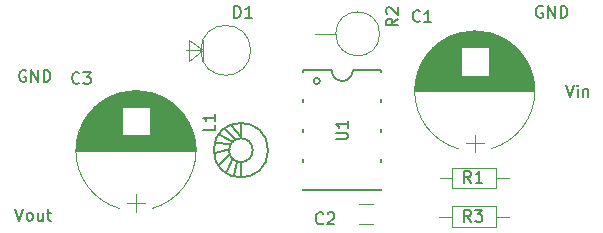
<source format=gbr>
%TF.GenerationSoftware,KiCad,Pcbnew,(6.0.8)*%
%TF.CreationDate,2022-11-19T23:44:09+04:00*%
%TF.ProjectId,MC34063_Buck_Rev2,4d433334-3036-4335-9f42-75636b5f5265,rev?*%
%TF.SameCoordinates,Original*%
%TF.FileFunction,Legend,Top*%
%TF.FilePolarity,Positive*%
%FSLAX46Y46*%
G04 Gerber Fmt 4.6, Leading zero omitted, Abs format (unit mm)*
G04 Created by KiCad (PCBNEW (6.0.8)) date 2022-11-19 23:44:09*
%MOMM*%
%LPD*%
G01*
G04 APERTURE LIST*
%ADD10C,0.150000*%
%ADD11C,0.120000*%
G04 APERTURE END LIST*
D10*
%TO.C,C1*%
X160429913Y-46898582D02*
X160382294Y-46946201D01*
X160239437Y-46993820D01*
X160144199Y-46993820D01*
X160001341Y-46946201D01*
X159906103Y-46850963D01*
X159858484Y-46755725D01*
X159810865Y-46565249D01*
X159810865Y-46422392D01*
X159858484Y-46231916D01*
X159906103Y-46136678D01*
X160001341Y-46041440D01*
X160144199Y-45993820D01*
X160239437Y-45993820D01*
X160382294Y-46041440D01*
X160429913Y-46089059D01*
X161382294Y-46993820D02*
X160810865Y-46993820D01*
X161096580Y-46993820D02*
X161096580Y-45993820D01*
X161001341Y-46136678D01*
X160906103Y-46231916D01*
X160810865Y-46279535D01*
%TO.C,C2*%
X152228253Y-64025802D02*
X152180634Y-64073421D01*
X152037777Y-64121040D01*
X151942539Y-64121040D01*
X151799681Y-64073421D01*
X151704443Y-63978183D01*
X151656824Y-63882945D01*
X151609205Y-63692469D01*
X151609205Y-63549612D01*
X151656824Y-63359136D01*
X151704443Y-63263898D01*
X151799681Y-63168660D01*
X151942539Y-63121040D01*
X152037777Y-63121040D01*
X152180634Y-63168660D01*
X152228253Y-63216279D01*
X152609205Y-63216279D02*
X152656824Y-63168660D01*
X152752062Y-63121040D01*
X152990158Y-63121040D01*
X153085396Y-63168660D01*
X153133015Y-63216279D01*
X153180634Y-63311517D01*
X153180634Y-63406755D01*
X153133015Y-63549612D01*
X152561586Y-64121040D01*
X153180634Y-64121040D01*
%TO.C,C3*%
X131593293Y-52143682D02*
X131545674Y-52191301D01*
X131402817Y-52238920D01*
X131307579Y-52238920D01*
X131164721Y-52191301D01*
X131069483Y-52096063D01*
X131021864Y-52000825D01*
X130974245Y-51810349D01*
X130974245Y-51667492D01*
X131021864Y-51477016D01*
X131069483Y-51381778D01*
X131164721Y-51286540D01*
X131307579Y-51238920D01*
X131402817Y-51238920D01*
X131545674Y-51286540D01*
X131593293Y-51334159D01*
X131926626Y-51238920D02*
X132545674Y-51238920D01*
X132212340Y-51619873D01*
X132355198Y-51619873D01*
X132450436Y-51667492D01*
X132498055Y-51715111D01*
X132545674Y-51810349D01*
X132545674Y-52048444D01*
X132498055Y-52143682D01*
X132450436Y-52191301D01*
X132355198Y-52238920D01*
X132069483Y-52238920D01*
X131974245Y-52191301D01*
X131926626Y-52143682D01*
%TO.C,R1*%
X164750453Y-60613300D02*
X164417120Y-60137110D01*
X164179024Y-60613300D02*
X164179024Y-59613300D01*
X164559977Y-59613300D01*
X164655215Y-59660920D01*
X164702834Y-59708539D01*
X164750453Y-59803777D01*
X164750453Y-59946634D01*
X164702834Y-60041872D01*
X164655215Y-60089491D01*
X164559977Y-60137110D01*
X164179024Y-60137110D01*
X165702834Y-60613300D02*
X165131405Y-60613300D01*
X165417120Y-60613300D02*
X165417120Y-59613300D01*
X165321881Y-59756158D01*
X165226643Y-59851396D01*
X165131405Y-59899015D01*
%TO.C,R3*%
X164750453Y-63907680D02*
X164417120Y-63431490D01*
X164179024Y-63907680D02*
X164179024Y-62907680D01*
X164559977Y-62907680D01*
X164655215Y-62955300D01*
X164702834Y-63002919D01*
X164750453Y-63098157D01*
X164750453Y-63241014D01*
X164702834Y-63336252D01*
X164655215Y-63383871D01*
X164559977Y-63431490D01*
X164179024Y-63431490D01*
X165083786Y-62907680D02*
X165702834Y-62907680D01*
X165369500Y-63288633D01*
X165512358Y-63288633D01*
X165607596Y-63336252D01*
X165655215Y-63383871D01*
X165702834Y-63479109D01*
X165702834Y-63717204D01*
X165655215Y-63812442D01*
X165607596Y-63860061D01*
X165512358Y-63907680D01*
X165226643Y-63907680D01*
X165131405Y-63860061D01*
X165083786Y-63812442D01*
%TO.C,U1*%
X153300180Y-56940104D02*
X154109704Y-56940104D01*
X154204942Y-56892485D01*
X154252561Y-56844866D01*
X154300180Y-56749628D01*
X154300180Y-56559152D01*
X154252561Y-56463914D01*
X154204942Y-56416295D01*
X154109704Y-56368676D01*
X153300180Y-56368676D01*
X154300180Y-55368676D02*
X154300180Y-55940104D01*
X154300180Y-55654390D02*
X153300180Y-55654390D01*
X153443038Y-55749628D01*
X153538276Y-55844866D01*
X153585895Y-55940104D01*
%TO.C,L1*%
X143058140Y-55681926D02*
X143058140Y-56158117D01*
X142058140Y-56158117D01*
X143058140Y-54824783D02*
X143058140Y-55396212D01*
X143058140Y-55110498D02*
X142058140Y-55110498D01*
X142200998Y-55205736D01*
X142296236Y-55300974D01*
X142343855Y-55396212D01*
%TO.C,D1*%
X144687064Y-46648380D02*
X144687064Y-45648380D01*
X144925160Y-45648380D01*
X145068017Y-45696000D01*
X145163255Y-45791238D01*
X145210874Y-45886476D01*
X145258493Y-46076952D01*
X145258493Y-46219809D01*
X145210874Y-46410285D01*
X145163255Y-46505523D01*
X145068017Y-46600761D01*
X144925160Y-46648380D01*
X144687064Y-46648380D01*
X146210874Y-46648380D02*
X145639445Y-46648380D01*
X145925160Y-46648380D02*
X145925160Y-45648380D01*
X145829921Y-45791238D01*
X145734683Y-45886476D01*
X145639445Y-45934095D01*
%TO.C,R2*%
X158562300Y-46708106D02*
X158086110Y-47041440D01*
X158562300Y-47279535D02*
X157562300Y-47279535D01*
X157562300Y-46898582D01*
X157609920Y-46803344D01*
X157657539Y-46755725D01*
X157752777Y-46708106D01*
X157895634Y-46708106D01*
X157990872Y-46755725D01*
X158038491Y-46803344D01*
X158086110Y-46898582D01*
X158086110Y-47279535D01*
X157657539Y-46327154D02*
X157609920Y-46279535D01*
X157562300Y-46184297D01*
X157562300Y-45946201D01*
X157609920Y-45850963D01*
X157657539Y-45803344D01*
X157752777Y-45755725D01*
X157848015Y-45755725D01*
X157990872Y-45803344D01*
X158562300Y-46374773D01*
X158562300Y-45755725D01*
%TO.C,GND*%
X127048355Y-51116360D02*
X126953117Y-51068740D01*
X126810260Y-51068740D01*
X126667402Y-51116360D01*
X126572164Y-51211598D01*
X126524545Y-51306836D01*
X126476926Y-51497312D01*
X126476926Y-51640169D01*
X126524545Y-51830645D01*
X126572164Y-51925883D01*
X126667402Y-52021121D01*
X126810260Y-52068740D01*
X126905498Y-52068740D01*
X127048355Y-52021121D01*
X127095974Y-51973502D01*
X127095974Y-51640169D01*
X126905498Y-51640169D01*
X127524545Y-52068740D02*
X127524545Y-51068740D01*
X128095974Y-52068740D01*
X128095974Y-51068740D01*
X128572164Y-52068740D02*
X128572164Y-51068740D01*
X128810260Y-51068740D01*
X128953117Y-51116360D01*
X129048355Y-51211598D01*
X129095974Y-51306836D01*
X129143593Y-51497312D01*
X129143593Y-51640169D01*
X129095974Y-51830645D01*
X129048355Y-51925883D01*
X128953117Y-52021121D01*
X128810260Y-52068740D01*
X128572164Y-52068740D01*
%TO.C,Vout*%
X126164530Y-62806080D02*
X126497863Y-63806080D01*
X126831197Y-62806080D01*
X127307387Y-63806080D02*
X127212149Y-63758461D01*
X127164530Y-63710842D01*
X127116911Y-63615604D01*
X127116911Y-63329890D01*
X127164530Y-63234652D01*
X127212149Y-63187033D01*
X127307387Y-63139414D01*
X127450244Y-63139414D01*
X127545482Y-63187033D01*
X127593101Y-63234652D01*
X127640720Y-63329890D01*
X127640720Y-63615604D01*
X127593101Y-63710842D01*
X127545482Y-63758461D01*
X127450244Y-63806080D01*
X127307387Y-63806080D01*
X128497863Y-63139414D02*
X128497863Y-63806080D01*
X128069292Y-63139414D02*
X128069292Y-63663223D01*
X128116911Y-63758461D01*
X128212149Y-63806080D01*
X128355006Y-63806080D01*
X128450244Y-63758461D01*
X128497863Y-63710842D01*
X128831197Y-63139414D02*
X129212149Y-63139414D01*
X128974054Y-62806080D02*
X128974054Y-63663223D01*
X129021673Y-63758461D01*
X129116911Y-63806080D01*
X129212149Y-63806080D01*
%TO.C,Vin*%
X172783310Y-52328580D02*
X173116643Y-53328580D01*
X173449977Y-52328580D01*
X173783310Y-53328580D02*
X173783310Y-52661914D01*
X173783310Y-52328580D02*
X173735691Y-52376200D01*
X173783310Y-52423819D01*
X173830929Y-52376200D01*
X173783310Y-52328580D01*
X173783310Y-52423819D01*
X174259500Y-52661914D02*
X174259500Y-53328580D01*
X174259500Y-52757152D02*
X174307120Y-52709533D01*
X174402358Y-52661914D01*
X174545215Y-52661914D01*
X174640453Y-52709533D01*
X174688072Y-52804771D01*
X174688072Y-53328580D01*
%TO.C,GND*%
X170817635Y-45675680D02*
X170722397Y-45628060D01*
X170579540Y-45628060D01*
X170436682Y-45675680D01*
X170341444Y-45770918D01*
X170293825Y-45866156D01*
X170246206Y-46056632D01*
X170246206Y-46199489D01*
X170293825Y-46389965D01*
X170341444Y-46485203D01*
X170436682Y-46580441D01*
X170579540Y-46628060D01*
X170674778Y-46628060D01*
X170817635Y-46580441D01*
X170865254Y-46532822D01*
X170865254Y-46199489D01*
X170674778Y-46199489D01*
X171293825Y-46628060D02*
X171293825Y-45628060D01*
X171865254Y-46628060D01*
X171865254Y-45628060D01*
X172341444Y-46628060D02*
X172341444Y-45628060D01*
X172579540Y-45628060D01*
X172722397Y-45675680D01*
X172817635Y-45770918D01*
X172865254Y-45866156D01*
X172912873Y-46056632D01*
X172912873Y-46199489D01*
X172865254Y-46389965D01*
X172817635Y-46485203D01*
X172722397Y-46580441D01*
X172579540Y-46628060D01*
X172341444Y-46628060D01*
D11*
%TO.C,C1*%
X166245440Y-50346300D02*
X169469440Y-50346300D01*
X166245440Y-50226300D02*
X169400440Y-50226300D01*
X162228440Y-48626300D02*
X167900440Y-48626300D01*
X166245440Y-49946300D02*
X169221440Y-49946300D01*
X161629440Y-49106300D02*
X168499440Y-49106300D01*
X160024440Y-52507300D02*
X170104440Y-52507300D01*
X162924440Y-48226300D02*
X167204440Y-48226300D01*
X160177440Y-51546300D02*
X169951440Y-51546300D01*
X160188440Y-51506300D02*
X163883440Y-51506300D01*
X166245440Y-50986300D02*
X169770440Y-50986300D01*
X160594440Y-50466300D02*
X163883440Y-50466300D01*
X160157440Y-51626300D02*
X169971440Y-51626300D01*
X166245440Y-50426300D02*
X169513440Y-50426300D01*
X162170440Y-48666300D02*
X167958440Y-48666300D01*
X166245440Y-51506300D02*
X169940440Y-51506300D01*
X166245440Y-51266300D02*
X169870440Y-51266300D01*
X166245440Y-51306300D02*
X169882440Y-51306300D01*
X162687440Y-48346300D02*
X167441440Y-48346300D01*
X163799440Y-47906300D02*
X166329440Y-47906300D01*
X160358440Y-50986300D02*
X163883440Y-50986300D01*
X166245440Y-50626300D02*
X169614440Y-50626300D01*
X162412440Y-48506300D02*
X167716440Y-48506300D01*
X166245440Y-49386300D02*
X168776440Y-49386300D01*
X162349440Y-48546300D02*
X167779440Y-48546300D01*
X166245440Y-51426300D02*
X169918440Y-51426300D01*
X166245440Y-49266300D02*
X168662440Y-49266300D01*
X160083440Y-51986300D02*
X170045440Y-51986300D01*
X160514440Y-50626300D02*
X163883440Y-50626300D01*
X160992440Y-49826300D02*
X163883440Y-49826300D01*
X160029440Y-52427300D02*
X170099440Y-52427300D01*
X160406440Y-50866300D02*
X163883440Y-50866300D01*
X160476440Y-50706300D02*
X163883440Y-50706300D01*
X160342440Y-51026300D02*
X163883440Y-51026300D01*
X161316440Y-49426300D02*
X163883440Y-49426300D01*
X160636440Y-50386300D02*
X163883440Y-50386300D01*
X166245440Y-50026300D02*
X169275440Y-50026300D01*
X160246440Y-51306300D02*
X163883440Y-51306300D01*
X160327440Y-51066300D02*
X163883440Y-51066300D01*
X163657440Y-47946300D02*
X166471440Y-47946300D01*
X160015440Y-52707300D02*
X170113440Y-52707300D01*
X160313440Y-51106300D02*
X163883440Y-51106300D01*
X161956440Y-48826300D02*
X168172440Y-48826300D01*
X166245440Y-49466300D02*
X168848440Y-49466300D01*
X166245440Y-51106300D02*
X169815440Y-51106300D01*
X161505440Y-49226300D02*
X163883440Y-49226300D01*
X166245440Y-50106300D02*
X169327440Y-50106300D01*
X160065440Y-52106300D02*
X170063440Y-52106300D01*
X160071440Y-52066300D02*
X170057440Y-52066300D01*
X166245440Y-50586300D02*
X169595440Y-50586300D01*
X160147440Y-51666300D02*
X169981440Y-51666300D01*
X166245440Y-50786300D02*
X169688440Y-50786300D01*
X166245440Y-51186300D02*
X169843440Y-51186300D01*
X166245440Y-49626300D02*
X168983440Y-49626300D01*
X166245440Y-51066300D02*
X169801440Y-51066300D01*
X161145440Y-49626300D02*
X163883440Y-49626300D01*
X162287440Y-48586300D02*
X167841440Y-48586300D01*
X160752440Y-50186300D02*
X163883440Y-50186300D01*
X161245440Y-49506300D02*
X163883440Y-49506300D01*
X160129440Y-51746300D02*
X169999440Y-51746300D01*
X161082440Y-49706300D02*
X163883440Y-49706300D01*
X160105440Y-51866300D02*
X170023440Y-51866300D01*
X163528440Y-47986300D02*
X166600440Y-47986300D01*
X160681440Y-50306300D02*
X163883440Y-50306300D01*
X162545440Y-48426300D02*
X167583440Y-48426300D01*
X163102440Y-48146300D02*
X167026440Y-48146300D01*
X166245440Y-49746300D02*
X169077440Y-49746300D01*
X160044440Y-52267300D02*
X170084440Y-52267300D01*
X166245440Y-50266300D02*
X169424440Y-50266300D01*
X161809440Y-48946300D02*
X168319440Y-48946300D01*
X166245440Y-51226300D02*
X169856440Y-51226300D01*
X161546440Y-49186300D02*
X163883440Y-49186300D01*
X162115440Y-48706300D02*
X168013440Y-48706300D01*
X160827440Y-50066300D02*
X163883440Y-50066300D01*
X162615440Y-48386300D02*
X167513440Y-48386300D01*
X160033440Y-52387300D02*
X170095440Y-52387300D01*
X161352440Y-49386300D02*
X163883440Y-49386300D01*
X160021440Y-52547300D02*
X170107440Y-52547300D01*
X160121440Y-51786300D02*
X170007440Y-51786300D01*
X160440440Y-50786300D02*
X163883440Y-50786300D01*
X166245440Y-49866300D02*
X169165440Y-49866300D01*
X166245440Y-49226300D02*
X168623440Y-49226300D01*
X160014440Y-52787300D02*
X170114440Y-52787300D01*
X160017440Y-52627300D02*
X170111440Y-52627300D01*
X161021440Y-49786300D02*
X163883440Y-49786300D01*
X160272440Y-51226300D02*
X163883440Y-51226300D01*
X166245440Y-51026300D02*
X169786440Y-51026300D01*
X160704440Y-50266300D02*
X163883440Y-50266300D01*
X160090440Y-51946300D02*
X170038440Y-51946300D01*
X160167440Y-51586300D02*
X169961440Y-51586300D01*
X160016440Y-52667300D02*
X170112440Y-52667300D01*
X160233440Y-51346300D02*
X163883440Y-51346300D01*
X160019440Y-52587300D02*
X170109440Y-52587300D01*
X166245440Y-51386300D02*
X169907440Y-51386300D01*
X160054440Y-52187300D02*
X170074440Y-52187300D01*
X160879440Y-49986300D02*
X163883440Y-49986300D01*
X160285440Y-51186300D02*
X163883440Y-51186300D01*
X166245440Y-51346300D02*
X169895440Y-51346300D01*
X165064440Y-58027300D02*
X165064440Y-56527300D01*
X163410440Y-48026300D02*
X166718440Y-48026300D01*
X160728440Y-50226300D02*
X163883440Y-50226300D01*
X161113440Y-49666300D02*
X163883440Y-49666300D01*
X161178440Y-49586300D02*
X163883440Y-49586300D01*
X166245440Y-50546300D02*
X169575440Y-50546300D01*
X166245440Y-50826300D02*
X169705440Y-50826300D01*
X166245440Y-49186300D02*
X168582440Y-49186300D01*
X160963440Y-49866300D02*
X163883440Y-49866300D01*
X166245440Y-50746300D02*
X169670440Y-50746300D01*
X166245440Y-50506300D02*
X169555440Y-50506300D01*
X162007440Y-48786300D02*
X168121440Y-48786300D01*
X162060440Y-48746300D02*
X168068440Y-48746300D01*
X161587440Y-49146300D02*
X168541440Y-49146300D01*
X161427440Y-49306300D02*
X163883440Y-49306300D01*
X160495440Y-50666300D02*
X163883440Y-50666300D01*
X166245440Y-49786300D02*
X169107440Y-49786300D01*
X160801440Y-50106300D02*
X163883440Y-50106300D01*
X162842440Y-48266300D02*
X167286440Y-48266300D01*
X160373440Y-50946300D02*
X163883440Y-50946300D01*
X160659440Y-50346300D02*
X163883440Y-50346300D01*
X166245440Y-49826300D02*
X169136440Y-49826300D01*
X160907440Y-49946300D02*
X163883440Y-49946300D01*
X160014440Y-52827300D02*
X170114440Y-52827300D01*
X160097440Y-51906300D02*
X170031440Y-51906300D01*
X164151440Y-47826300D02*
X165977440Y-47826300D01*
X166245440Y-50946300D02*
X169755440Y-50946300D01*
X161280440Y-49466300D02*
X163883440Y-49466300D01*
X164314440Y-57277300D02*
X165814440Y-57277300D01*
X166245440Y-50066300D02*
X169301440Y-50066300D01*
X166245440Y-49346300D02*
X168739440Y-49346300D01*
X166245440Y-49506300D02*
X168883440Y-49506300D01*
X161051440Y-49746300D02*
X163883440Y-49746300D01*
X166245440Y-49546300D02*
X168917440Y-49546300D01*
X166245440Y-50866300D02*
X169722440Y-50866300D01*
X160049440Y-52227300D02*
X170079440Y-52227300D01*
X163198440Y-48106300D02*
X166930440Y-48106300D01*
X161857440Y-48906300D02*
X168271440Y-48906300D01*
X163011440Y-48186300D02*
X167117440Y-48186300D01*
X160615440Y-50426300D02*
X163883440Y-50426300D01*
X163301440Y-48066300D02*
X166827440Y-48066300D01*
X166245440Y-49986300D02*
X169249440Y-49986300D01*
X160458440Y-50746300D02*
X163883440Y-50746300D01*
X160221440Y-51386300D02*
X163883440Y-51386300D01*
X166245440Y-49426300D02*
X168812440Y-49426300D01*
X166245440Y-50706300D02*
X169652440Y-50706300D01*
X160573440Y-50506300D02*
X163883440Y-50506300D01*
X160934440Y-49906300D02*
X163883440Y-49906300D01*
X163960440Y-47866300D02*
X166168440Y-47866300D01*
X161673440Y-49066300D02*
X168455440Y-49066300D01*
X160026440Y-52467300D02*
X170102440Y-52467300D01*
X160390440Y-50906300D02*
X163883440Y-50906300D01*
X166245440Y-49706300D02*
X169046440Y-49706300D01*
X166245440Y-51146300D02*
X169829440Y-51146300D01*
X160113440Y-51826300D02*
X170015440Y-51826300D01*
X166245440Y-50386300D02*
X169492440Y-50386300D01*
X166245440Y-50186300D02*
X169376440Y-50186300D01*
X164785440Y-47746300D02*
X165343440Y-47746300D01*
X161211440Y-49546300D02*
X163883440Y-49546300D01*
X164392440Y-47786300D02*
X165736440Y-47786300D01*
X166245440Y-49586300D02*
X168950440Y-49586300D01*
X161466440Y-49266300D02*
X163883440Y-49266300D01*
X161906440Y-48866300D02*
X168222440Y-48866300D01*
X161389440Y-49346300D02*
X163883440Y-49346300D01*
X160077440Y-52026300D02*
X170051440Y-52026300D01*
X160533440Y-50586300D02*
X163883440Y-50586300D01*
X166245440Y-50466300D02*
X169534440Y-50466300D01*
X160423440Y-50826300D02*
X163883440Y-50826300D01*
X162477440Y-48466300D02*
X167651440Y-48466300D01*
X160138440Y-51706300D02*
X169990440Y-51706300D01*
X160210440Y-51426300D02*
X163883440Y-51426300D01*
X160199440Y-51466300D02*
X163883440Y-51466300D01*
X166245440Y-49666300D02*
X169015440Y-49666300D01*
X166245440Y-50146300D02*
X169352440Y-50146300D01*
X166245440Y-51466300D02*
X169929440Y-51466300D01*
X166245440Y-49906300D02*
X169194440Y-49906300D01*
X160040440Y-52307300D02*
X170088440Y-52307300D01*
X160036440Y-52347300D02*
X170092440Y-52347300D01*
X166245440Y-50666300D02*
X169633440Y-50666300D01*
X166245440Y-50906300D02*
X169738440Y-50906300D01*
X160299440Y-51146300D02*
X163883440Y-51146300D01*
X161762440Y-48986300D02*
X168366440Y-48986300D01*
X160258440Y-51266300D02*
X163883440Y-51266300D01*
X162763440Y-48306300D02*
X167365440Y-48306300D01*
X160553440Y-50546300D02*
X163883440Y-50546300D01*
X160059440Y-52147300D02*
X170069440Y-52147300D01*
X160014440Y-52747300D02*
X170114440Y-52747300D01*
X160776440Y-50146300D02*
X163883440Y-50146300D01*
X166245440Y-49306300D02*
X168701440Y-49306300D01*
X166245440Y-50306300D02*
X169447440Y-50306300D01*
X161717440Y-49026300D02*
X168411440Y-49026300D01*
X160853440Y-50026300D02*
X163883440Y-50026300D01*
X166447704Y-47928863D02*
G75*
G03*
X163684440Y-47927943I-1383264J-4898437D01*
G01*
X163681176Y-47928863D02*
G75*
G03*
X163684440Y-57726657I1383264J-4898437D01*
G01*
X166444440Y-57726657D02*
G75*
G03*
X166447704Y-47928863I-1380000J4899357D01*
G01*
%TO.C,C2*%
X155272800Y-62416500D02*
X156446800Y-62416500D01*
X155272800Y-64138500D02*
X156446800Y-64138500D01*
%TO.C,C3*%
X132281760Y-54923440D02*
X135201760Y-54923440D01*
X131517760Y-56523440D02*
X135201760Y-56523440D01*
X131741760Y-55883440D02*
X135201760Y-55883440D01*
X133863760Y-53483440D02*
X138901760Y-53483440D01*
X131933760Y-55483440D02*
X135201760Y-55483440D01*
X137563760Y-54483440D02*
X140130760Y-54483440D01*
X132784760Y-54323440D02*
X135201760Y-54323440D01*
X131912760Y-55523440D02*
X135201760Y-55523440D01*
X137563760Y-55723440D02*
X140951760Y-55723440D01*
X137563760Y-55563440D02*
X140873760Y-55563440D01*
X131377760Y-57204440D02*
X141387760Y-57204440D01*
X131999760Y-55363440D02*
X135201760Y-55363440D01*
X131423760Y-56923440D02*
X141341760Y-56923440D01*
X136103760Y-52803440D02*
X136661760Y-52803440D01*
X137563760Y-56363440D02*
X141200760Y-56363440D01*
X131395760Y-57083440D02*
X141369760Y-57083440D01*
X133274760Y-53883440D02*
X139490760Y-53883440D01*
X132225760Y-55003440D02*
X135201760Y-55003440D01*
X135710760Y-52843440D02*
X137054760Y-52843440D01*
X132947760Y-54163440D02*
X139817760Y-54163440D01*
X137563760Y-54923440D02*
X140483760Y-54923440D01*
X131871760Y-55603440D02*
X135201760Y-55603440D01*
X133546760Y-53683440D02*
X139218760Y-53683440D01*
X131337760Y-57644440D02*
X141427760Y-57644440D01*
X137563760Y-56163440D02*
X141133760Y-56163440D01*
X131332760Y-57844440D02*
X141432760Y-57844440D01*
X131603760Y-56243440D02*
X135201760Y-56243440D01*
X133127760Y-54003440D02*
X139637760Y-54003440D01*
X132369760Y-54803440D02*
X135201760Y-54803440D01*
X131676760Y-56043440D02*
X135201760Y-56043440D01*
X132991760Y-54123440D02*
X139773760Y-54123440D01*
X133080760Y-54043440D02*
X139684760Y-54043440D01*
X137563760Y-54883440D02*
X140454760Y-54883440D01*
X131724760Y-55923440D02*
X135201760Y-55923440D01*
X131401760Y-57043440D02*
X141363760Y-57043440D01*
X137563760Y-56243440D02*
X141161760Y-56243440D01*
X132496760Y-54643440D02*
X135201760Y-54643440D01*
X137563760Y-56563440D02*
X141258760Y-56563440D01*
X131645760Y-56123440D02*
X135201760Y-56123440D01*
X132145760Y-55123440D02*
X135201760Y-55123440D01*
X137563760Y-55803440D02*
X140988760Y-55803440D01*
X131347760Y-57484440D02*
X141417760Y-57484440D01*
X131691760Y-56003440D02*
X135201760Y-56003440D01*
X132431760Y-54723440D02*
X135201760Y-54723440D01*
X137563760Y-55243440D02*
X140694760Y-55243440D01*
X132707760Y-54403440D02*
X135201760Y-54403440D01*
X131813760Y-55723440D02*
X135201760Y-55723440D01*
X137563760Y-55003440D02*
X140539760Y-55003440D01*
X137563760Y-56003440D02*
X141073760Y-56003440D01*
X133224760Y-53923440D02*
X139540760Y-53923440D01*
X132670760Y-54443440D02*
X135201760Y-54443440D01*
X137563760Y-55443440D02*
X140810760Y-55443440D01*
X137563760Y-55683440D02*
X140932760Y-55683440D01*
X137563760Y-55883440D02*
X141023760Y-55883440D01*
X137563760Y-56283440D02*
X141174760Y-56283440D01*
X132563760Y-54563440D02*
X135201760Y-54563440D01*
X133605760Y-53643440D02*
X139159760Y-53643440D01*
X137563760Y-54443440D02*
X140094760Y-54443440D01*
X137563760Y-55403440D02*
X140787760Y-55403440D01*
X137563760Y-55523440D02*
X140852760Y-55523440D01*
X132400760Y-54763440D02*
X135201760Y-54763440D01*
X132864760Y-54243440D02*
X135201760Y-54243440D01*
X133325760Y-53843440D02*
X139439760Y-53843440D01*
X133488760Y-53723440D02*
X139276760Y-53723440D01*
X133667760Y-53603440D02*
X139097760Y-53603440D01*
X134619760Y-53123440D02*
X138145760Y-53123440D01*
X131776760Y-55803440D02*
X135201760Y-55803440D01*
X134728760Y-53083440D02*
X138036760Y-53083440D01*
X137563760Y-55323440D02*
X140742760Y-55323440D01*
X137563760Y-56403440D02*
X141213760Y-56403440D01*
X131576760Y-56323440D02*
X135201760Y-56323440D01*
X132197760Y-55043440D02*
X135201760Y-55043440D01*
X137563760Y-55203440D02*
X140670760Y-55203440D01*
X131389760Y-57123440D02*
X141375760Y-57123440D01*
X137563760Y-54283440D02*
X139941760Y-54283440D01*
X131590760Y-56283440D02*
X135201760Y-56283440D01*
X135469760Y-52883440D02*
X137295760Y-52883440D01*
X132905760Y-54203440D02*
X139859760Y-54203440D01*
X133795760Y-53523440D02*
X138969760Y-53523440D01*
X133433760Y-53763440D02*
X139331760Y-53763440D01*
X131439760Y-56843440D02*
X141325760Y-56843440D01*
X137563760Y-56043440D02*
X141088760Y-56043440D01*
X134420760Y-53203440D02*
X138344760Y-53203440D01*
X137563760Y-55923440D02*
X141040760Y-55923440D01*
X132252760Y-54963440D02*
X135201760Y-54963440D01*
X131758760Y-55843440D02*
X135201760Y-55843440D01*
X131660760Y-56083440D02*
X135201760Y-56083440D01*
X137563760Y-55483440D02*
X140831760Y-55483440D01*
X133035760Y-54083440D02*
X139729760Y-54083440D01*
X137563760Y-54603440D02*
X140235760Y-54603440D01*
X131372760Y-57244440D02*
X141392760Y-57244440D01*
X137563760Y-55643440D02*
X140913760Y-55643440D01*
X131362760Y-57324440D02*
X141402760Y-57324440D01*
X133730760Y-53563440D02*
X139034760Y-53563440D01*
X133933760Y-53443440D02*
X138831760Y-53443440D01*
X131539760Y-56443440D02*
X135201760Y-56443440D01*
X131708760Y-55963440D02*
X135201760Y-55963440D01*
X132022760Y-55323440D02*
X135201760Y-55323440D01*
X132171760Y-55083440D02*
X135201760Y-55083440D01*
X137563760Y-56443440D02*
X141225760Y-56443440D01*
X134005760Y-53403440D02*
X138759760Y-53403440D01*
X131832760Y-55683440D02*
X135201760Y-55683440D01*
X131335760Y-57684440D02*
X141429760Y-57684440D01*
X134081760Y-53363440D02*
X138683760Y-53363440D01*
X131344760Y-57524440D02*
X141420760Y-57524440D01*
X135632760Y-62334440D02*
X137132760Y-62334440D01*
X137563760Y-54363440D02*
X140019760Y-54363440D01*
X137563760Y-54563440D02*
X140201760Y-54563440D01*
X134975760Y-53003440D02*
X137789760Y-53003440D01*
X135117760Y-52963440D02*
X137647760Y-52963440D01*
X131977760Y-55403440D02*
X135201760Y-55403440D01*
X131431760Y-56883440D02*
X141333760Y-56883440D01*
X136382760Y-63084440D02*
X136382760Y-61584440D01*
X132339760Y-54843440D02*
X135201760Y-54843440D01*
X137563760Y-54403440D02*
X140057760Y-54403440D01*
X134242760Y-53283440D02*
X138522760Y-53283440D01*
X132529760Y-54603440D02*
X135201760Y-54603440D01*
X131465760Y-56723440D02*
X141299760Y-56723440D01*
X137563760Y-54683440D02*
X140301760Y-54683440D01*
X137563760Y-55363440D02*
X140765760Y-55363440D01*
X137563760Y-55043440D02*
X140567760Y-55043440D01*
X135278760Y-52923440D02*
X137486760Y-52923440D01*
X137563760Y-55083440D02*
X140593760Y-55083440D01*
X131415760Y-56963440D02*
X141349760Y-56963440D01*
X137563760Y-55843440D02*
X141006760Y-55843440D01*
X131334760Y-57724440D02*
X141430760Y-57724440D01*
X131367760Y-57284440D02*
X141397760Y-57284440D01*
X132634760Y-54483440D02*
X135201760Y-54483440D01*
X134846760Y-53043440D02*
X137918760Y-53043440D01*
X131617760Y-56203440D02*
X135201760Y-56203440D01*
X131475760Y-56683440D02*
X141289760Y-56683440D01*
X132310760Y-54883440D02*
X135201760Y-54883440D01*
X137563760Y-54763440D02*
X140364760Y-54763440D01*
X131506760Y-56563440D02*
X135201760Y-56563440D01*
X131339760Y-57604440D02*
X141425760Y-57604440D01*
X132046760Y-55283440D02*
X135201760Y-55283440D01*
X131528760Y-56483440D02*
X135201760Y-56483440D01*
X137563760Y-55123440D02*
X140619760Y-55123440D01*
X132094760Y-55203440D02*
X135201760Y-55203440D01*
X137563760Y-54843440D02*
X140425760Y-54843440D01*
X137563760Y-56203440D02*
X141147760Y-56203440D01*
X137563760Y-54963440D02*
X140512760Y-54963440D01*
X137563760Y-55283440D02*
X140718760Y-55283440D01*
X132070760Y-55243440D02*
X135201760Y-55243440D01*
X137563760Y-56323440D02*
X141188760Y-56323440D01*
X137563760Y-54323440D02*
X139980760Y-54323440D01*
X131332760Y-57804440D02*
X141432760Y-57804440D01*
X131485760Y-56643440D02*
X141279760Y-56643440D01*
X131408760Y-57003440D02*
X141356760Y-57003440D01*
X131332760Y-57884440D02*
X141432760Y-57884440D01*
X137563760Y-54243440D02*
X139900760Y-54243440D01*
X132119760Y-55163440D02*
X135201760Y-55163440D01*
X134160760Y-53323440D02*
X138604760Y-53323440D01*
X131354760Y-57404440D02*
X141410760Y-57404440D01*
X131891760Y-55563440D02*
X135201760Y-55563440D01*
X137563760Y-54803440D02*
X140395760Y-54803440D01*
X131342760Y-57564440D02*
X141422760Y-57564440D01*
X132598760Y-54523440D02*
X135201760Y-54523440D01*
X131851760Y-55643440D02*
X135201760Y-55643440D01*
X131333760Y-57764440D02*
X141431760Y-57764440D01*
X134329760Y-53243440D02*
X138435760Y-53243440D01*
X131447760Y-56803440D02*
X141317760Y-56803440D01*
X137563760Y-56083440D02*
X141104760Y-56083440D01*
X134516760Y-53163440D02*
X138248760Y-53163440D01*
X137563760Y-54723440D02*
X140333760Y-54723440D01*
X131794760Y-55763440D02*
X135201760Y-55763440D01*
X137563760Y-55163440D02*
X140645760Y-55163440D01*
X137563760Y-56123440D02*
X141119760Y-56123440D01*
X131631760Y-56163440D02*
X135201760Y-56163440D01*
X137563760Y-56523440D02*
X141247760Y-56523440D01*
X131351760Y-57444440D02*
X141413760Y-57444440D01*
X131456760Y-56763440D02*
X141308760Y-56763440D01*
X137563760Y-56483440D02*
X141236760Y-56483440D01*
X131551760Y-56403440D02*
X135201760Y-56403440D01*
X132463760Y-54683440D02*
X135201760Y-54683440D01*
X131954760Y-55443440D02*
X135201760Y-55443440D01*
X133378760Y-53803440D02*
X139386760Y-53803440D01*
X131358760Y-57364440D02*
X141406760Y-57364440D01*
X131564760Y-56363440D02*
X135201760Y-56363440D01*
X131495760Y-56603440D02*
X141269760Y-56603440D01*
X137563760Y-55603440D02*
X140893760Y-55603440D01*
X132823760Y-54283440D02*
X135201760Y-54283440D01*
X137563760Y-55963440D02*
X141056760Y-55963440D01*
X133175760Y-53963440D02*
X139589760Y-53963440D01*
X137563760Y-54523440D02*
X140166760Y-54523440D01*
X137563760Y-55763440D02*
X140970760Y-55763440D01*
X137563760Y-54643440D02*
X140268760Y-54643440D01*
X131383760Y-57163440D02*
X141381760Y-57163440D01*
X132745760Y-54363440D02*
X135201760Y-54363440D01*
X137766024Y-52986003D02*
G75*
G03*
X135002760Y-52985083I-1383264J-4898437D01*
G01*
X134999496Y-52986003D02*
G75*
G03*
X135002760Y-62783797I1383264J-4898437D01*
G01*
X137762760Y-62783797D02*
G75*
G03*
X137766024Y-52986003I-1380000J4899357D01*
G01*
%TO.C,R1*%
X166883800Y-59318700D02*
X163163800Y-59318700D01*
X163163800Y-59318700D02*
X163163800Y-61038700D01*
X167953800Y-60178700D02*
X166883800Y-60178700D01*
X166883800Y-61038700D02*
X166883800Y-59318700D01*
X162093800Y-60178700D02*
X163163800Y-60178700D01*
X163163800Y-61038700D02*
X166883800Y-61038700D01*
%TO.C,R3*%
X166871100Y-64328000D02*
X166871100Y-62608000D01*
X163151100Y-62608000D02*
X163151100Y-64328000D01*
X162081100Y-63468000D02*
X163151100Y-63468000D01*
X163151100Y-64328000D02*
X166871100Y-64328000D01*
X166871100Y-62608000D02*
X163151100Y-62608000D01*
X167941100Y-63468000D02*
X166871100Y-63468000D01*
D10*
%TO.C,U1*%
X150545800Y-53511200D02*
X150545800Y-53765200D01*
X150545800Y-51098200D02*
X150545800Y-51225200D01*
X157149800Y-56051200D02*
X157149800Y-56305200D01*
X154736800Y-51098200D02*
X157149800Y-51098200D01*
X150545800Y-58591200D02*
X150545800Y-58845200D01*
X150545800Y-61258200D02*
X150545800Y-61131200D01*
X150545800Y-61258200D02*
X157149800Y-61258200D01*
X150545800Y-56051200D02*
X150545800Y-56305200D01*
X157149800Y-58591200D02*
X157149800Y-58845200D01*
X157149800Y-51098200D02*
X157149800Y-51225200D01*
X152958800Y-51098200D02*
X150545800Y-51098200D01*
X157149800Y-61258200D02*
X157149800Y-61131200D01*
X157149800Y-53511200D02*
X157149800Y-53765200D01*
X152958800Y-51098200D02*
G75*
G03*
X153847800Y-51987200I889000J0D01*
G01*
X153847800Y-51987200D02*
G75*
G03*
X154736800Y-51098200I0J889000D01*
G01*
X151942800Y-51987200D02*
G75*
G03*
X151942800Y-51987200I-254000J0D01*
G01*
%TO.C,L1*%
X144561560Y-58545480D02*
X144063720Y-59645300D01*
X145262600Y-56744620D02*
X144462500Y-55743860D01*
X144863820Y-56945280D02*
X143962120Y-56043580D01*
X144962880Y-58845200D02*
X144663160Y-59945020D01*
X145262600Y-55543200D02*
X145262600Y-56744620D01*
X144561560Y-57143400D02*
X143461740Y-56543960D01*
X145262600Y-58845200D02*
X145262600Y-60044080D01*
X144363440Y-58144160D02*
X143461740Y-59043320D01*
X144462500Y-57344060D02*
X143162020Y-57245000D01*
X144363440Y-57745380D02*
X143062960Y-58045100D01*
X147563840Y-57844440D02*
G75*
G03*
X147563840Y-57844440I-2301240J0D01*
G01*
X146263360Y-57844440D02*
G75*
G03*
X146263360Y-57844440I-1000760J0D01*
G01*
D11*
%TO.C,D1*%
X142030027Y-49396400D02*
X140844693Y-50285400D01*
X140844693Y-50285400D02*
X140844693Y-48507400D01*
X141862461Y-49396400D02*
X140597360Y-49396400D01*
X140844693Y-48507400D02*
X142030027Y-49396400D01*
X142030027Y-50285400D02*
X142030027Y-48507400D01*
X146092259Y-49396400D02*
G75*
G03*
X146092259Y-49396400I-2114899J0D01*
G01*
%TO.C,R2*%
X153295900Y-47999400D02*
X151575900Y-47999400D01*
X157015900Y-47999400D02*
G75*
G03*
X157015900Y-47999400I-1860000J0D01*
G01*
%TD*%
M02*

</source>
